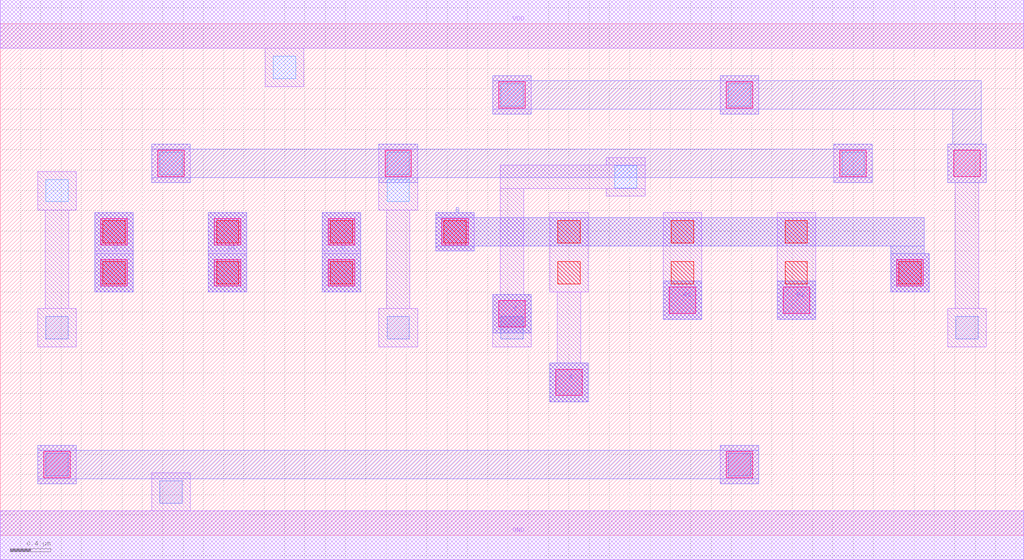
<source format=lef>
MACRO AAOAAOI2212
 CLASS CORE ;
 FOREIGN AAOAAOI2212 0 0 ;
 SIZE 10.08 BY 5.04 ;
 ORIGIN 0 0 ;
 SYMMETRY X Y R90 ;
 SITE unit ;
  PIN VDD
   DIRECTION INOUT ;
   USE POWER ;
   SHAPE ABUTMENT ;
    PORT
     CLASS CORE ;
       LAYER met1 ;
        RECT 0.00000000 4.80000000 10.08000000 5.28000000 ;
    END
  END VDD

  PIN GND
   DIRECTION INOUT ;
   USE POWER ;
   SHAPE ABUTMENT ;
    PORT
     CLASS CORE ;
       LAYER met1 ;
        RECT 0.00000000 -0.24000000 10.08000000 0.24000000 ;
    END
  END GND

  PIN Y
   DIRECTION INOUT ;
   USE SIGNAL ;
   SHAPE ABUTMENT ;
    PORT
     CLASS CORE ;
       LAYER met2 ;
        RECT 4.85000000 1.99200000 5.23000000 2.37200000 ;
    END
  END Y

  PIN C
   DIRECTION INOUT ;
   USE SIGNAL ;
   SHAPE ABUTMENT ;
    PORT
     CLASS CORE ;
       LAYER met2 ;
        RECT 0.93000000 2.39700000 1.31000000 3.18200000 ;
    END
  END C

  PIN A
   DIRECTION INOUT ;
   USE SIGNAL ;
   SHAPE ABUTMENT ;
    PORT
     CLASS CORE ;
       LAYER met2 ;
        RECT 5.41000000 1.31700000 5.79000000 1.69700000 ;
    END
  END A

  PIN B
   DIRECTION INOUT ;
   USE SIGNAL ;
   SHAPE ABUTMENT ;
    PORT
     CLASS CORE ;
       LAYER met2 ;
        RECT 8.77000000 2.39700000 9.15000000 2.77700000 ;
        RECT 4.29000000 2.80200000 4.67000000 2.85200000 ;
        RECT 8.77000000 2.77700000 9.10000000 2.85200000 ;
        RECT 4.29000000 2.85200000 9.10000000 3.13200000 ;
        RECT 4.29000000 3.13200000 4.67000000 3.18200000 ;
    END
  END B

  PIN B1
   DIRECTION INOUT ;
   USE SIGNAL ;
   SHAPE ABUTMENT ;
    PORT
     CLASS CORE ;
       LAYER met2 ;
        RECT 7.65000000 2.12700000 8.03000000 2.50700000 ;
    END
  END B1

  PIN D
   DIRECTION INOUT ;
   USE SIGNAL ;
   SHAPE ABUTMENT ;
    PORT
     CLASS CORE ;
       LAYER met2 ;
        RECT 3.17000000 2.39700000 3.55000000 3.18200000 ;
    END
  END D

  PIN D1
   DIRECTION INOUT ;
   USE SIGNAL ;
   SHAPE ABUTMENT ;
    PORT
     CLASS CORE ;
       LAYER met2 ;
        RECT 2.05000000 2.39700000 2.43000000 3.18200000 ;
    END
  END D1

  PIN A1
   DIRECTION INOUT ;
   USE SIGNAL ;
   SHAPE ABUTMENT ;
    PORT
     CLASS CORE ;
       LAYER met2 ;
        RECT 6.53000000 2.12700000 6.91000000 2.50700000 ;
    END
  END A1

 OBS
    LAYER polycont ;
     RECT 1.01000000 2.47700000 1.23000000 2.69700000 ;
     RECT 2.13000000 2.47700000 2.35000000 2.69700000 ;
     RECT 3.25000000 2.47700000 3.47000000 2.69700000 ;
     RECT 5.49000000 2.47700000 5.71000000 2.69700000 ;
     RECT 6.61000000 2.47700000 6.83000000 2.69700000 ;
     RECT 7.73000000 2.47700000 7.95000000 2.69700000 ;
     RECT 8.85000000 2.47700000 9.07000000 2.69700000 ;
     RECT 1.01000000 2.88200000 1.23000000 3.10200000 ;
     RECT 2.13000000 2.88200000 2.35000000 3.10200000 ;
     RECT 3.25000000 2.88200000 3.47000000 3.10200000 ;
     RECT 4.37000000 2.88200000 4.59000000 3.10200000 ;
     RECT 5.49000000 2.88200000 5.71000000 3.10200000 ;
     RECT 6.61000000 2.88200000 6.83000000 3.10200000 ;
     RECT 7.73000000 2.88200000 7.95000000 3.10200000 ;

    LAYER pdiffc ;
     RECT 0.45000000 3.28700000 0.67000000 3.50700000 ;
     RECT 3.81000000 3.28700000 4.03000000 3.50700000 ;
     RECT 6.05000000 3.42200000 6.27000000 3.64200000 ;
     RECT 1.57000000 3.55700000 1.79000000 3.77700000 ;
     RECT 3.81000000 3.55700000 4.03000000 3.77700000 ;
     RECT 8.29000000 3.55700000 8.51000000 3.77700000 ;
     RECT 4.93000000 4.23200000 5.15000000 4.45200000 ;
     RECT 7.17000000 4.23200000 7.39000000 4.45200000 ;
     RECT 2.69000000 4.50200000 2.91000000 4.72200000 ;

    LAYER ndiffc ;
     RECT 1.57000000 0.31700000 1.79000000 0.53700000 ;
     RECT 0.45000000 0.58700000 0.67000000 0.80700000 ;
     RECT 7.17000000 0.58700000 7.39000000 0.80700000 ;
     RECT 0.45000000 1.93700000 0.67000000 2.15700000 ;
     RECT 3.81000000 1.93700000 4.03000000 2.15700000 ;
     RECT 4.93000000 1.93700000 5.15000000 2.15700000 ;
     RECT 9.41000000 1.93700000 9.63000000 2.15700000 ;

    LAYER met1 ;
     RECT 0.00000000 -0.24000000 10.08000000 0.24000000 ;
     RECT 1.49000000 0.24000000 1.87000000 0.61700000 ;
     RECT 0.37000000 0.50700000 0.75000000 0.88700000 ;
     RECT 7.09000000 0.50700000 7.47000000 0.88700000 ;
     RECT 0.93000000 2.39700000 1.31000000 2.77700000 ;
     RECT 2.05000000 2.39700000 2.43000000 2.77700000 ;
     RECT 3.17000000 2.39700000 3.55000000 2.77700000 ;
     RECT 8.77000000 2.39700000 9.15000000 2.77700000 ;
     RECT 0.93000000 2.80200000 1.31000000 3.18200000 ;
     RECT 2.05000000 2.80200000 2.43000000 3.18200000 ;
     RECT 3.17000000 2.80200000 3.55000000 3.18200000 ;
     RECT 4.29000000 2.80200000 4.67000000 3.18200000 ;
     RECT 5.41000000 1.31700000 5.79000000 1.69700000 ;
     RECT 5.48500000 1.69700000 5.71500000 2.39700000 ;
     RECT 5.41000000 2.39700000 5.79000000 3.18200000 ;
     RECT 6.53000000 2.12700000 6.91000000 3.18200000 ;
     RECT 7.65000000 2.12700000 8.03000000 3.18200000 ;
     RECT 0.37000000 1.85700000 0.75000000 2.23700000 ;
     RECT 0.44500000 2.23700000 0.67500000 3.20700000 ;
     RECT 0.37000000 3.20700000 0.75000000 3.58700000 ;
     RECT 4.85000000 1.85700000 5.23000000 2.37200000 ;
     RECT 4.92500000 2.37200000 5.15500000 3.41700000 ;
     RECT 5.97000000 3.34200000 6.35000000 3.41700000 ;
     RECT 4.92500000 3.41700000 6.35000000 3.64700000 ;
     RECT 5.97000000 3.64700000 6.35000000 3.72200000 ;
     RECT 1.49000000 3.47700000 1.87000000 3.85700000 ;
     RECT 3.73000000 1.85700000 4.11000000 2.23700000 ;
     RECT 3.80500000 2.23700000 4.03500000 3.20700000 ;
     RECT 3.73000000 3.20700000 4.11000000 3.85700000 ;
     RECT 8.21000000 3.47700000 8.59000000 3.85700000 ;
     RECT 9.33000000 1.85700000 9.71000000 2.23700000 ;
     RECT 9.40500000 2.23700000 9.63500000 3.47700000 ;
     RECT 9.33000000 3.47700000 9.71000000 3.85700000 ;
     RECT 4.85000000 4.15200000 5.23000000 4.53200000 ;
     RECT 7.09000000 4.15200000 7.47000000 4.53200000 ;
     RECT 2.61000000 4.42200000 2.99000000 4.80000000 ;
     RECT 0.00000000 4.80000000 10.08000000 5.28000000 ;

    LAYER via1 ;
     RECT 0.43000000 0.56700000 0.69000000 0.82700000 ;
     RECT 7.15000000 0.56700000 7.41000000 0.82700000 ;
     RECT 5.47000000 1.37700000 5.73000000 1.63700000 ;
     RECT 4.91000000 2.05200000 5.17000000 2.31200000 ;
     RECT 6.59000000 2.18700000 6.85000000 2.44700000 ;
     RECT 7.71000000 2.18700000 7.97000000 2.44700000 ;
     RECT 0.99000000 2.45700000 1.25000000 2.71700000 ;
     RECT 2.11000000 2.45700000 2.37000000 2.71700000 ;
     RECT 3.23000000 2.45700000 3.49000000 2.71700000 ;
     RECT 8.83000000 2.45700000 9.09000000 2.71700000 ;
     RECT 0.99000000 2.86200000 1.25000000 3.12200000 ;
     RECT 2.11000000 2.86200000 2.37000000 3.12200000 ;
     RECT 3.23000000 2.86200000 3.49000000 3.12200000 ;
     RECT 4.35000000 2.86200000 4.61000000 3.12200000 ;
     RECT 1.55000000 3.53700000 1.81000000 3.79700000 ;
     RECT 3.79000000 3.53700000 4.05000000 3.79700000 ;
     RECT 8.27000000 3.53700000 8.53000000 3.79700000 ;
     RECT 9.39000000 3.53700000 9.65000000 3.79700000 ;
     RECT 4.91000000 4.21200000 5.17000000 4.47200000 ;
     RECT 7.15000000 4.21200000 7.41000000 4.47200000 ;

    LAYER met2 ;
     RECT 0.37000000 0.50700000 0.75000000 0.55700000 ;
     RECT 7.09000000 0.50700000 7.47000000 0.55700000 ;
     RECT 0.37000000 0.55700000 7.47000000 0.83700000 ;
     RECT 0.37000000 0.83700000 0.75000000 0.88700000 ;
     RECT 7.09000000 0.83700000 7.47000000 0.88700000 ;
     RECT 5.41000000 1.31700000 5.79000000 1.69700000 ;
     RECT 4.85000000 1.99200000 5.23000000 2.37200000 ;
     RECT 6.53000000 2.12700000 6.91000000 2.50700000 ;
     RECT 7.65000000 2.12700000 8.03000000 2.50700000 ;
     RECT 0.93000000 2.39700000 1.31000000 3.18200000 ;
     RECT 2.05000000 2.39700000 2.43000000 3.18200000 ;
     RECT 3.17000000 2.39700000 3.55000000 3.18200000 ;
     RECT 8.77000000 2.39700000 9.15000000 2.77700000 ;
     RECT 4.29000000 2.80200000 4.67000000 2.85200000 ;
     RECT 8.77000000 2.77700000 9.10000000 2.85200000 ;
     RECT 4.29000000 2.85200000 9.10000000 3.13200000 ;
     RECT 4.29000000 3.13200000 4.67000000 3.18200000 ;
     RECT 1.49000000 3.47700000 1.87000000 3.52700000 ;
     RECT 3.73000000 3.47700000 4.11000000 3.52700000 ;
     RECT 8.21000000 3.47700000 8.59000000 3.52700000 ;
     RECT 1.49000000 3.52700000 8.59000000 3.80700000 ;
     RECT 1.49000000 3.80700000 1.87000000 3.85700000 ;
     RECT 3.73000000 3.80700000 4.11000000 3.85700000 ;
     RECT 8.21000000 3.80700000 8.59000000 3.85700000 ;
     RECT 9.33000000 3.47700000 9.71000000 3.85700000 ;
     RECT 4.85000000 4.15200000 5.23000000 4.20200000 ;
     RECT 7.09000000 4.15200000 7.47000000 4.20200000 ;
     RECT 9.38000000 3.85700000 9.66000000 4.20200000 ;
     RECT 4.85000000 4.20200000 9.66000000 4.48200000 ;
     RECT 4.85000000 4.48200000 5.23000000 4.53200000 ;
     RECT 7.09000000 4.48200000 7.47000000 4.53200000 ;

 END
END AAOAAOI2212

</source>
